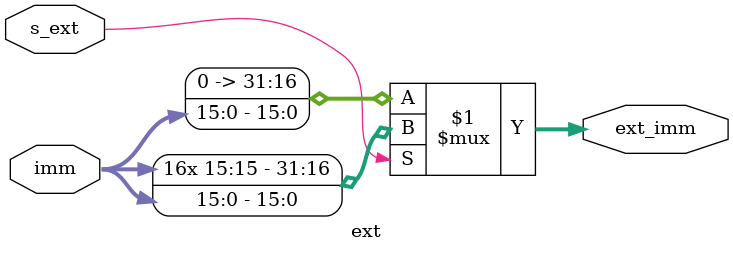
<source format=v>
module ext (
    input  s_ext,
    input [15:0] imm,
    output [31:0] ext_imm
);

assign ext_imm = (s_ext) ? {{16{imm[15]}},imm} : {{16{1'b0}},imm};

endmodule //extend
</source>
